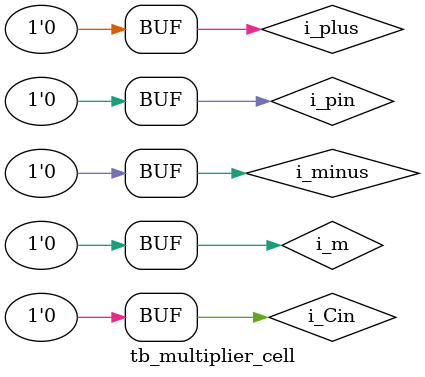
<source format=sv>

`timescale  1ns / 1ps

module tb_multiplier_cell;

// multiplier_cell Parameters
parameter PERIOD  = 10;


// multiplier_cell Inputs
reg   i_pin                                = 0 ;
reg   i_m                                  = 0 ;
reg   i_plus                               = 0 ;
reg   i_minus                              = 0 ;
reg   i_Cin                                = 0 ;

// multiplier_cell Outputs
wire  logic o_Cout                         ;
wire  logic o_Sign                         ;
wire  logic o_pout                         ;


multiplier_cell  u_multiplier_cell (
    .i_pin                   ( i_pin          ),
    .i_m                     ( i_m            ),
    .i_plus                  ( i_plus         ),
    .i_minus                 ( i_minus        ),
    .i_Cin                   ( i_Cin          ),

    .o_Cout            ( o_Cout   ),
    .o_Sign            ( o_Sign   ),
    .o_pout            ( o_pout   )
);

initial
begin

    

    // $finish;
end

endmodule
</source>
